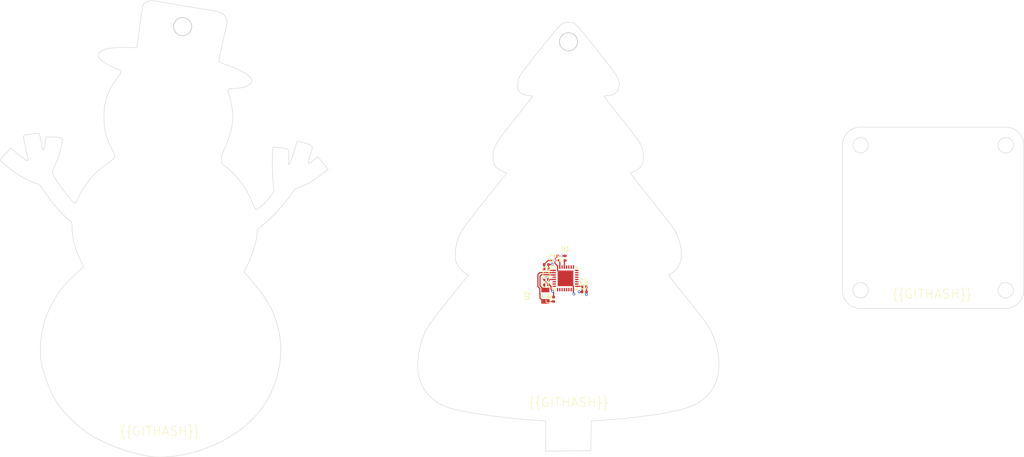
<source format=kicad_pcb>
(kicad_pcb (version 20221018) (generator pcbnew)
  (layers (0 "F.Cu" signal) (31 "B.Cu" signal) (34 "B.Paste" user) (35 "F.Paste" user) (36 "B.SilkS" user "B.Silkscreen") (37 "F.SilkS" user "F.Silkscreen") (38 "B.Mask" user) (39 "F.Mask" user) (44 "Edge.Cuts" user))
  (net 0 "")
  (net 1 "tx")
  (net 2 "ic-vcc")
  (net 3 "ph3_boot0")
  (net 4 "gnd")
  (net 5 "pc14_osc32_in")
  (net 6 "pc15_osc32_out")
  (net 7 "rx")
  (net 8 "pb5")
  (net 9 "pb4")
  (net 10 "tdo")
  (net 11 "tdi")
  (net 12 "tck")
  (net 13 "tms")
  (net 14 "pa12")
  (net 15 "pa11")
  (net 16 "sda")
  (net 17 "scl")
  (net 18 "pa8")
  (net 19 "pb1")
  (net 20 "pb0")
  (net 21 "mosi")
  (net 22 "miso")
  (net 23 "sck")
  (net 24 "cs")
  (net 25 "pa3")
  (net 26 "pa2")
  (net 27 "pa1")
  (net 28 "pa0_ck_in")
  (net 29 "nrst")
  (footprint "lib:C0402" (layer "F.Cu") (at 164.703057 113.048116)
    (fp_text reference "C4")
    (fp_text value "16V 100nF X7R ±10% 0402  Multilayer Ceramic Capacitors MLCC - SMD/SMT ROHS")
  )
  (footprint "lib:FC-135R_L3.2-W1.5" (layer "F.Cu") (at 156.127261 114.992943 90)
    (fp_text reference "U2")
    (fp_text value "")
  )
  (footprint "lib:C0402" (layer "F.Cu") (at 156.328051 111.545398 180)
    (fp_text reference "C1")
    (fp_text value "10V 4.7uF X5R ±20% 0402  Multilayer Ceramic Capacitors MLCC - SMD/SMT ROHS")
  )
  (footprint "lib:C0402" (layer "F.Cu") (at 157.940019 115.789795 90)
    (fp_text reference "C6")
    (fp_text value "50V 13pF C0G ±2% 0402  Multilayer Ceramic Capacitors MLCC - SMD/SMT ROHS")
  )
  (footprint "lib:C0402" (layer "F.Cu") (at 164.714666 114.135578)
    (fp_text reference "C2")
    (fp_text value "16V 100nF X7R ±10% 0402  Multilayer Ceramic Capacitors MLCC - SMD/SMT ROHS")
  )
  (footprint "lib:R0402" (layer "F.Cu") (at 160.476521 106.707659 90)
    (fp_text reference "R1")
    (fp_text value "62.5mW Thick Film Resistors ±100ppm/℃ ±1% 330Ω 0402  Chip Resistor - Surface Mount ROHS")
  )
  (footprint "lib:C0402" (layer "F.Cu") (at 156.335104 108.105812 180)
    (fp_text reference "C5")
    (fp_text value "50V 10nF X7R ±10% 0402  Multilayer Ceramic Capacitors MLCC - SMD/SMT ROHS")
  )
  (footprint "lib:R0402" (layer "F.Cu") (at 158.894723 106.715109 90)
    (fp_text reference "R2")
    (fp_text value "62.5mW Thick Film Resistors ±100ppm/℃ ±1% 10kΩ 0402  Chip Resistor - Surface Mount ROHS")
  )
  (footprint "lib:C0402" (layer "F.Cu") (at 156.319697 112.564604)
    (fp_text reference "C7")
    (fp_text value "50V 13pF C0G ±2% 0402  Multilayer Ceramic Capacitors MLCC - SMD/SMT ROHS")
  )
  (footprint "lib:C0402" (layer "F.Cu") (at 156.346336 109.068144 180)
    (fp_text reference "C3")
    (fp_text value "25V 1uF X5R ±10% 0402  Multilayer Ceramic Capacitors MLCC - SMD/SMT ROHS")
  )
  (footprint "lib:UFQFPN-32_L5.0-W5.0-P0.50-TL-EP3.5" (layer "F.Cu") (at 160.57 111.16)
    (fp_text reference "U1")
    (fp_text value "")
  )
  (gr_circle (center 225.62 81.79) (end 227.32 81.79) (stroke (width 0.1)) (fill none) (layer "Edge.Cuts"))
  (gr_circle (center 257.62 113.79) (end 259.32 113.79) (stroke (width 0.1)) (fill none) (layer "Edge.Cuts"))
  (gr_circle (center 257.62 81.79) (end 259.32 81.79) (stroke (width 0.1)) (fill none) (layer "Edge.Cuts"))
  (gr_poly (pts (xy 75.142222 50.797022) (xy 79.756606 51.568267) (xy 82.366969 51.99203) (xy 83.019066 52.095762) (xy 83.303876 52.146979) (xy 83.563537 52.198618) (xy 83.799806 52.251323) (xy 84.01444 52.305736) (xy 84.209196 52.362498) (xy 84.385831 52.422252) (xy 84.546102 52.485641) (xy 84.691766 52.553306) (xy 84.824581 52.62589) (xy 84.946303 52.704035) (xy 85.05869 52.788383) (xy 85.163499 52.879577) (xy 85.262486 52.978258) (xy 85.357409 53.08507) (xy 85.479286 53.234958) (xy 85.586233 53.378736) (xy 85.634185 53.44915) (xy 85.678498 53.519015) (xy 85.719202 53.588656) (xy 85.75633 53.658402) (xy 85.789911 53.728576) (xy 85.819976 53.799506) (xy 85.846558 53.871517) (xy 85.869686 53.944936) (xy 85.889392 54.020089) (xy 85.905707 54.097301) (xy 85.918662 54.176899) (xy 85.928287 54.259209) (xy 85.934615 54.344557) (xy 85.937675 54.433269) (xy 85.937499 54.525672) (xy 85.934119 54.62209) (xy 85.927564 54.722851) (xy 85.917866 54.82828) (xy 85.889166 55.054449) (xy 85.848266 55.303204) (xy 85.795414 55.577155) (xy 85.730859 55.878909) (xy 85.654849 56.211077) (xy 84.878546 59.55341) (xy 84.657875 60.550977) (xy 84.450892 61.532488) (xy 84.331406 62.116419) (xy 84.229648 62.629765) (xy 84.15639 63.017063) (xy 84.122409 63.222849) (xy 84.123062 63.236814) (xy 84.127967 63.251873) (xy 84.137065 63.268001) (xy 84.150302 63.285171) (xy 84.167619 63.303357) (xy 84.188962 63.322534) (xy 84.214273 63.342674) (xy 84.243497 63.363751) (xy 84.313454 63.408613) (xy 84.398381 63.456909) (xy 84.497828 63.50843) (xy 84.611342 63.562966) (xy 84.738473 63.620306) (xy 84.878767 63.680241) (xy 85.031775 63.742561) (xy 85.197043 63.807056) (xy 85.374121 63.873515) (xy 85.562558 63.94173) (xy 85.7619 64.011489) (xy 85.971698 64.082583) (xy 86.585981 64.296029) (xy 87.172975 64.516947) (xy 87.730729 64.744054) (xy 88.257293 64.976069) (xy 88.75072 65.211708) (xy 89.209058 65.449689) (xy 89.63036 65.68873) (xy 90.012676 65.927548) (xy 90.354056 66.16486) (xy 90.652552 66.399385) (xy 90.906214 66.629839) (xy 91.113092 66.85494) (xy 91.271238 67.073405) (xy 91.378702 67.283953) (xy 91.412819 67.385857) (xy 91.433535 67.485301) (xy 91.440605 67.582123) (xy 91.433787 67.676165) (xy 91.41712 67.753004) (xy 91.390362 67.829368) (xy 91.35383 67.905131) (xy 91.307839 67.980165) (xy 91.252707 68.054343) (xy 91.188749 68.12754) (xy 91.116281 68.199626) (xy 91.03562 68.270477) (xy 90.947082 68.339964) (xy 90.850984 68.407961) (xy 90.747641 68.47434) (xy 90.637371 68.538975) (xy 90.520488 68.601739) (xy 90.39731 68.662505) (xy 90.268153 68.721145) (xy 90.133332 68.777534) (xy 89.993165 68.831543) (xy 89.847967 68.883047) (xy 89.543745 68.978027) (xy 89.223197 69.06146) (xy 88.888852 69.132329) (xy 88.54324 69.189618) (xy 88.188892 69.232313) (xy 88.009232 69.24787) (xy 87.828337 69.259397) (xy 87.646523 69.266767) (xy 87.464106 69.269854) (xy 87.202959 69.272042) (xy 86.97453 69.277492) (xy 86.777472 69.288473) (xy 86.690288 69.296746) (xy 86.610443 69.307253) (xy 86.537768 69.320276) (xy 86.472096 69.3361) (xy 86.413258 69.355009) (xy 86.361087 69.377285) (xy 86.315414 69.403211) (xy 86.276071 69.433073) (xy 86.24289 69.467154) (xy 86.215703 69.505736) (xy 86.194342 69.549103) (xy 86.178638 69.59754) (xy 86.168424 69.65133) (xy 86.163532 69.710755) (xy 86.163793 69.776101) (xy 86.169039 69.847649) (xy 86.179102 69.925685) (xy 86.193814 70.010491) (xy 86.236514 70.20155) (xy 86.295792 70.423093) (xy 86.370304 70.677389) (xy 86.458705 70.966708) (xy 86.582128 71.384478) (xy 86.694998 71.803093) (xy 86.797211 72.221567) (xy 86.888665 72.638919) (xy 86.969257 73.054166) (xy 87.038885 73.466323) (xy 87.097447 73.874409) (xy 87.144838 74.277439) (xy 87.180958 74.674432) (xy 87.205702 75.064404) (xy 87.21897 75.446371) (xy 87.220657 75.819352) (xy 87.210662 76.182361) (xy 87.188881 76.534418) (xy 87.155212 76.874538) (xy 87.109553 77.201739) (xy 86.986123 77.871628) (xy 86.830027 78.558912) (xy 86.643845 79.255662) (xy 86.430157 79.953949) (xy 86.19154 80.645848) (xy 85.930575 81.323429) (xy 85.649841 81.978766) (xy 85.351916 82.60393) (xy 85.189192 82.938586) (xy 85.118752 83.093315) (xy 85.055229 83.240939) (xy 84.998352 83.382431) (xy 84.947849 83.518761) (xy 84.903447 83.650903) (xy 84.864875 83.779828) (xy 84.831859 83.906506) (xy 84.804129 84.031911) (xy 84.781412 84.157013) (xy 84.763435 84.282785) (xy 84.749927 84.410197) (xy 84.740615 84.540223) (xy 84.735228 84.673833) (xy 84.733493 84.811999) (xy 84.736223 85.129082) (xy 84.741369 85.261496) (xy 84.750575 85.379459) (xy 84.764997 85.485194) (xy 84.774524 85.534172) (xy 84.785789 85.580928) (xy 84.798934 85.625739) (xy 84.814106 85.668884) (xy 84.831447 85.710641) (xy 84.851104 85.751288) (xy 84.873219 85.791103) (xy 84.897937 85.830364) (xy 84.925403 85.869349) (xy 84.955761 85.908337) (xy 84.989155 85.947605) (xy 85.02573 85.987432) (xy 85.109 86.069873) (xy 85.206725 86.157886) (xy 85.320061 86.253696) (xy 85.598185 86.477602) (xy 86.096863 86.886277) (xy 86.577755 87.306529) (xy 87.04138 87.739064) (xy 87.488258 88.184586) (xy 87.918909 88.6438) (xy 88.333852 89.117412) (xy 88.733607 89.606125) (xy 89.118694 90.110646) (xy 89.489632 90.631678) (xy 89.846941 91.169927) (xy 90.19114 91.726098) (xy 90.52275 92.300895) (xy 90.84229 92.895024) (xy 91.150279 93.509189) (xy 91.447237 94.144095) (xy 91.733683 94.800448) (xy 91.84059 95.047283) (xy 91.945802 95.277558) (xy 92.046625 95.486234) (xy 92.140364 95.668271) (xy 92.224324 95.818627) (xy 92.295813 95.932265) (xy 92.326039 95.973739) (xy 92.352136 96.004143) (xy 92.373767 96.022848) (xy 92.382804 96.027616) (xy 92.390597 96.029223) (xy 92.399173 96.028006) (xy 92.410522 96.024397) (xy 92.441219 96.010237) (xy 92.482045 95.987221) (xy 92.53236 95.955824) (xy 92.591521 95.916524) (xy 92.658887 95.869798) (xy 92.815666 95.755976) (xy 92.997564 95.618173) (xy 93.199447 95.460204) (xy 93.416182 95.285885) (xy 93.642634 95.099032) (xy 93.891007 94.882848) (xy 94.141366 94.648628) (xy 94.390948 94.400061) (xy 94.636991 94.140836) (xy 94.87673 93.874641) (xy 95.107403 93.605164) (xy 95.326247 93.336095) (xy 95.530498 93.071122) (xy 95.717394 92.813933) (xy 95.884171 92.568218) (xy 96.028066 92.337665) (xy 96.146316 92.125962) (xy 96.236159 91.936798) (xy 96.294829 91.773863) (xy 96.311612 91.703383) (xy 96.319566 91.640844) (xy 96.318345 91.586706) (xy 96.307605 91.54143) (xy 96.264441 91.378418) (xy 96.221593 91.121805) (xy 96.138989 90.373142) (xy 96.064068 89.386161) (xy 96.001109 88.251583) (xy 95.954389 87.060129) (xy 95.928186 85.902519) (xy 95.926777 84.869474) (xy 95.95444 84.051714) (xy 96.07471 82.177477) (xy 97.36716 82.304781) (xy 98.13507 82.379263) (xy 98.441266 82.413109) (xy 98.700599 82.449744) (xy 98.916803 82.492956) (xy 99.009898 82.518212) (xy 99.09361 82.546534) (xy 99.168406 82.578395) (xy 99.234753 82.614268) (xy 99.293117 82.654627) (xy 99.343964 82.699946) (xy 99.387763 82.750698) (xy 99.424978 82.807357) (xy 99.456076 82.870396) (xy 99.481525 82.94029) (xy 99.501791 83.017511) (xy 99.51734 83.102533) (xy 99.536155 83.297877) (xy 99.541702 83.530109) (xy 99.537716 83.803018) (xy 99.51607 84.486025) (xy 99.501811 85.019341) (xy 99.495778 85.429631) (xy 99.49953 85.727933) (xy 99.505563 85.838537) (xy 99.514626 85.925284) (xy 99.526915 85.989553) (xy 99.542625 86.032723) (xy 99.551823 86.046828) (xy 99.56195 86.056175) (xy 99.573029 86.060938) (xy 99.585085 86.061289) (xy 99.612224 86.049443) (xy 99.643564 86.022019) (xy 99.679299 85.980395) (xy 99.719623 85.925951) (xy 99.770963 85.835961) (xy 99.83738 85.6921) (xy 100.00736 85.267042) (xy 100.213404 84.699332) (xy 100.439353 84.037526) (xy 100.669049 83.330178) (xy 100.886332 82.625845) (xy 101.075044 81.973082) (xy 101.219027 81.420443) (xy 101.232451 81.367288) (xy 101.246658 81.317349) (xy 101.261814 81.270604) (xy 101.278084 81.227032) (xy 101.295634 81.186611) (xy 101.314631 81.149321) (xy 101.33524 81.115138) (xy 101.357628 81.084043) (xy 101.381959 81.056013) (xy 101.4084 81.031027) (xy 101.437117 81.009064) (xy 101.468275 80.990102) (xy 101.502041 80.974119) (xy 101.538581 80.961095) (xy 101.578059 80.951007) (xy 101.620643 80.943835) (xy 101.666497 80.939556) (xy 101.715788 80.938149) (xy 101.768682 80.939594) (xy 101.825345 80.943867) (xy 101.885942 80.950949) (xy 101.950639 80.960817) (xy 102.019603 80.97345) (xy 102.092998 80.988826) (xy 102.170992 81.006924) (xy 102.253749 81.027723) (xy 102.434219 81.077337) (xy 102.635734 81.137495) (xy 102.859622 81.208025) (xy 103.581471 81.438726) (xy 103.868146 81.535185) (xy 104.108644 81.625316) (xy 104.212356 81.669476) (xy 104.305459 81.713816) (xy 104.388264 81.758923) (xy 104.461082 81.805384) (xy 104.524226 81.853787) (xy 104.578006 81.904719) (xy 104.622735 81.958768) (xy 104.658725 82.01652) (xy 104.686285 82.078563) (xy 104.705729 82.145484) (xy 104.717368 82.217871) (xy 104.721513 82.296311) (xy 104.718476 82.381392) (xy 104.708568 82.4737) (xy 104.692102 82.573823) (xy 104.669388 82.682348) (xy 104.606464 82.926954) (xy 104.522289 83.212218) (xy 104.300158 83.92351) (xy 104.076968 84.658354) (xy 103.993442 84.95378) (xy 103.929762 85.203046) (xy 103.886777 85.407528) (xy 103.865337 85.568604) (xy 103.862962 85.633296) (xy 103.866292 85.687652) (xy 103.875434 85.731846) (xy 103.890492 85.766049) (xy 103.911574 85.790433) (xy 103.938786 85.805172) (xy 103.972234 85.810436) (xy 104.012025 85.806398) (xy 104.058263 85.79323) (xy 104.111056 85.771105) (xy 104.236732 85.700671) (xy 104.3899 85.596472) (xy 104.571411 85.459887) (xy 105.02286 85.095065) (xy 105.918216 84.355181) (xy 106.388476 84.86751) (xy 106.496975 84.987739) (xy 106.625318 85.133369) (xy 106.92254 85.478508) (xy 107.242155 85.858286) (xy 107.546176 86.22806) (xy 108.2336 87.076296) (xy 106.72333 88.254687) (xy 106.031007 88.783192) (xy 105.392025 89.245391) (xy 105.089314 89.453516) (xy 104.796071 89.647331) (xy 104.511007 89.827593) (xy 104.232833 89.995056) (xy 103.960259 90.150478) (xy 103.691998 90.294613) (xy 103.426759 90.428217) (xy 103.163254 90.552046) (xy 102.900193 90.666855) (xy 102.636288 90.773401) (xy 102.370249 90.872439) (xy 102.100787 90.964724) (xy 101.955978 91.013649) (xy 101.818902 91.062832) (xy 101.689432 91.112348) (xy 101.567439 91.162273) (xy 101.452795 91.212683) (xy 101.345371 91.263651) (xy 101.245039 91.315254) (xy 101.151671 91.367567) (xy 101.065138 91.420665) (xy 100.985313 91.474624) (xy 100.912065 91.529517) (xy 100.845269 91.585421) (xy 100.784794 91.642412) (xy 100.730512 91.700563) (xy 100.682296 91.759951) (xy 100.640017 91.82065) (xy 100.313962 92.312951) (xy 99.958065 92.82026) (xy 99.575318 93.339289) (xy 99.168711 93.866747) (xy 98.741234 94.399346) (xy 98.295878 94.933795) (xy 97.835635 95.466804) (xy 97.363494 95.995083) (xy 96.882446 96.515343) (xy 96.395482 97.024295) (xy 95.905593 97.518647) (xy 95.415769 97.995111) (xy 94.929002 98.450396) (xy 94.44828 98.881213) (xy 93.976596 99.284272) (xy 93.51694 99.656283) (xy 93.364132 99.777198) (xy 93.228349 99.887118) (xy 93.108601 99.987555) (xy 93.003899 100.080022) (xy 92.913256 100.166032) (xy 92.835682 100.247098) (xy 92.770188 100.324733) (xy 92.741662 100.362737) (xy 92.715786 100.40045) (xy 92.692435 100.438062) (xy 92.671487 100.475762) (xy 92.652817 100.513738) (xy 92.636302 100.552181) (xy 92.621819 100.591279) (xy 92.609244 100.631221) (xy 92.589322 100.714395) (xy 92.575548 100.803215) (xy 92.566934 100.899195) (xy 92.56249 101.003847) (xy 92.561229 101.118685) (xy 92.548214 101.459191) (xy 92.510172 101.840399) (xy 92.448603 102.257479) (xy 92.365007 102.705605) (xy 92.260885 103.179948) (xy 92.137739 103.675679) (xy 91.997068 104.187971) (xy 91.840373 104.711996) (xy 91.669155 105.242926) (xy 91.484915 105.775933) (xy 91.289154 106.306188) (xy 91.083372 106.828864) (xy 90.86907 107.339132) (xy 90.647749 107.832164) (xy 90.420909 108.303133) (xy 90.190051 108.74721) (xy 89.658061 109.729433) (xy 90.799319 111.025652) (xy 91.552256 111.894452) (xy 92.247519 112.726345) (xy 92.887901 113.52649) (xy 93.476195 114.300047) (xy 94.015193 115.052178) (xy 94.507688 115.788042) (xy 94.956473 116.5128) (xy 95.364341 117.231612) (xy 95.734083 117.949638) (xy 96.068493 118.672038) (xy 96.370364 119.403974) (xy 96.642488 120.150605) (xy 96.887657 120.917091) (xy 97.108665 121.708593) (xy 97.308304 122.530271) (xy 97.489367 123.387286) (xy 97.659586 124.435519) (xy 97.764545 125.512723) (xy 97.805707 126.613102) (xy 97.784533 127.73086) (xy 97.702485 128.860202) (xy 97.561026 129.995332) (xy 97.361618 131.130454) (xy 97.105722 132.259774) (xy 96.794801 133.377494) (xy 96.430316 134.47782) (xy 96.01373 135.554956) (xy 95.546505 136.603107) (xy 95.030102 137.616476) (xy 94.465984 138.589268) (xy 93.855613 139.515689) (xy 93.20045 140.389941) (xy 92.386005 141.350273) (xy 91.510226 142.273552) (xy 90.576227 143.158109) (xy 89.587122 144.002278) (xy 88.546024 144.80439) (xy 87.456048 145.562779) (xy 86.320308 146.275777) (xy 85.141916 146.941716) (xy 83.923988 147.558929) (xy 82.669636 148.125749) (xy 81.381976 148.640508) (xy 80.06412 149.101539) (xy 78.719182 149.507174) (xy 77.350277 149.855747) (xy 75.960518 150.145589) (xy 74.553019 150.375033) (xy 73.862872 150.459306) (xy 73.131633 150.525975) (xy 72.383923 150.574372) (xy 71.644361 150.603827) (xy 70.93757 150.613671) (xy 70.288169 150.603235) (xy 69.720779 150.57185) (xy 69.475532 150.548093) (xy 69.26002 150.518847) (xy 69.260051 150.518832) (xy 67.831835 150.262486) (xy 66.416949 149.953785) (xy 65.016193 149.592984) (xy 63.630368 149.180338) (xy 62.260274 148.716103) (xy 60.90671 148.200532) (xy 59.570477 147.633881) (xy 58.252375 147.016405) (xy 57.283074 146.528505) (xy 56.847829 146.298277) (xy 56.438641 146.072324) (xy 56.050351 145.846994) (xy 55.6778 145.618633) (xy 55.315827 145.383588) (xy 54.959273 145.138205) (xy 54.602979 144.87883) (xy 54.241783 144.601811) (xy 53.870528 144.303492) (xy 53.484054 143.980222) (xy 52.644807 143.244211) (xy 51.682765 142.36455) (xy 51.097036 141.804159) (xy 50.54538 141.238954) (xy 50.025658 140.665073) (xy 49.535731 140.078649) (xy 49.07346 139.475819) (xy 48.636705 138.852719) (xy 48.223328 138.205483) (xy 47.831189 137.530249) (xy 47.458149 136.823151) (xy 47.10207 136.080325) (xy 46.760812 135.297907) (xy 46.432236 134.472032) (xy 46.114202 133.598836) (xy 45.804573 132.674455) (xy 45.501208 131.695024) (xy 45.201968 130.656679) (xy 45.078569 130.147371) (xy 44.978794 129.594224) (xy 44.90231 129.00242) (xy 44.848785 128.377144) (xy 44.817886 127.723579) (xy 44.809281 127.046907) (xy 44.822637 126.352311) (xy 44.857621 125.644974) (xy 44.913901 124.93008) (xy 44.991145 124.212811) (xy 45.089019 123.498351) (xy 45.207191 122.791883) (xy 45.345328 122.098589) (xy 45.503099 121.423652) (xy 45.68017 120.772256) (xy 45.876208 120.149584) (xy 46.005143 119.787909) (xy 46.154924 119.401263) (xy 46.508073 118.570286) (xy 46.917749 117.69111) (xy 47.366047 116.79819) (xy 47.83506 115.92598) (xy 48.306883 115.108937) (xy 48.76361 114.381515) (xy 48.980717 114.062179) (xy 49.187335 113.77817) (xy 49.387433 113.519297) (xy 49.599256 113.255538) (xy 50.056372 112.715109) (xy 50.555279 112.160374) (xy 51.092575 111.594824) (xy 51.664855 111.021952) (xy 52.268718 110.445248) (xy 52.900758 109.868205) (xy 53.557574 109.294314) (xy 54.329783 108.634142) (xy 53.616031 107.110232) (xy 53.390001 106.6154) (xy 53.179365 106.128819) (xy 52.984012 105.650049) (xy 52.803829 105.178652) (xy 52.638704 104.71419) (xy 52.488525 104.256224) (xy 52.353181 103.804315) (xy 52.232559 103.358025) (xy 52.126547 102.916915) (xy 52.035034 102.480548) (xy 51.957906 102.048484) (xy 51.895053 101.620284) (xy 51.846363 101.195511) (xy 51.811722 100.773726) (xy 51.79102 100.35449) (xy 51.784144 99.937365) (xy 51.780657 99.620612) (xy 51.776007 99.482669) (xy 51.769161 99.357285) (xy 51.759927 99.243666) (xy 51.748111 99.141014) (xy 51.733519 99.048534) (xy 51.715958 98.96543) (xy 51.695233 98.890904) (xy 51.671153 98.824161) (xy 51.643523 98.764406) (xy 51.612149 98.71084) (xy 51.576839 98.662669) (xy 51.537399 98.619096) (xy 51.493635 98.579325) (xy 51.445353 98.542559) (xy 51.149902 98.324092) (xy 50.839064 98.073347) (xy 50.514896 97.792628) (xy 50.179453 97.484238) (xy 49.834791 97.150482) (xy 49.482966 96.793665) (xy 49.126033 96.41609) (xy 48.766047 96.020062) (xy 48.405065 95.607885) (xy 48.045142 95.181864) (xy 47.688333 94.744302) (xy 47.336694 94.297504) (xy 46.992281 93.843774) (xy 46.657149 93.385417) (xy 46.333354 92.924737) (xy 46.022952 92.464037) (xy 45.611719 91.844971) (xy 45.279782 91.362091) (xy 45.137757 91.165551) (xy 45.008606 90.995655) (xy 44.89001 90.849933) (xy 44.779654 90.725918) (xy 44.675221 90.621143) (xy 44.574392 90.533138) (xy 44.474852 90.459437) (xy 44.374284 90.397571) (xy 44.27037 90.345073) (xy 44.160793 90.299474) (xy 44.043237 90.258307) (xy 43.915385 90.219103) (xy 43.593888 90.117525) (xy 43.255864 89.996009) (xy 42.903268 89.855657) (xy 42.538058 89.697573) (xy 42.162189 89.522858) (xy 41.777618 89.332616) (xy 41.386301 89.127951) (xy 40.990194 88.909964) (xy 40.591254 88.679759) (xy 40.191438 88.438438) (xy 39.792701 88.187105) (xy 39.396999 87.926862) (xy 39.00629 87.658812) (xy 38.622529 87.384058) (xy 38.247673 87.103703) (xy 37.883677 86.81885) (xy 37.49456 86.502783) (xy 37.131548 86.199554) (xy 36.802586 85.916398) (xy 36.515619 85.660548) (xy 36.278593 85.439239) (xy 36.099452 85.259705) (xy 36.034071 85.187865) (xy 35.986141 85.129182) (xy 35.956654 85.08456) (xy 35.946605 85.054903) (xy 35.948192 85.042433) (xy 35.952903 85.026953) (xy 35.971384 84.987332) (xy 36.001425 84.936776) (xy 36.042403 84.876021) (xy 36.093695 84.805804) (xy 36.154681 84.726859) (xy 36.224736 84.639924) (xy 36.303239 84.545735) (xy 36.389567 84.445026) (xy 36.483097 84.338536) (xy 36.689276 84.11115) (xy 36.916796 83.869466) (xy 37.037003 83.745102) (xy 37.160678 83.619372) (xy 38.374759 82.395922) (xy 39.365809 83.301684) (xy 39.814301 83.698656) (xy 40.266196 84.075272) (xy 40.704205 84.419302) (xy 41.111041 84.718514) (xy 41.469414 84.960676) (xy 41.625024 85.056541) (xy 41.762035 85.133557) (xy 41.878286 85.190195) (xy 41.971615 85.224926) (xy 42.039863 85.236222) (xy 42.063905 85.232603) (xy 42.080867 85.222552) (xy 42.085566 85.215268) (xy 42.089233 85.203934) (xy 42.093537 85.169549) (xy 42.093921 85.120268) (xy 42.090523 85.056964) (xy 42.083485 84.98051) (xy 42.072948 84.891778) (xy 42.059051 84.79164) (xy 42.041937 84.68097) (xy 41.998614 84.43152) (xy 41.944105 84.150408) (xy 41.879534 83.844615) (xy 41.806025 83.52112) (xy 41.578977 82.541169) (xy 41.399614 81.732306) (xy 41.265507 81.079136) (xy 41.174225 80.56626) (xy 41.123338 80.17828) (xy 41.112283 80.026315) (xy 41.110416 79.899799) (xy 41.117432 79.796809) (xy 41.133029 79.71542) (xy 41.156901 79.653706) (xy 41.188746 79.609743) (xy 41.213078 79.592846) (xy 41.252556 79.575085) (xy 41.372962 79.537437) (xy 41.541984 79.497733) (xy 41.751641 79.456905) (xy 42.26094 79.37561) (xy 42.837013 79.301016) (xy 43.416018 79.240586) (xy 43.934111 79.201782) (xy 44.150364 79.192822) (xy 44.327447 79.192067) (xy 44.45738 79.20045) (xy 44.532183 79.218905) (xy 44.538527 79.223215) (xy 44.545097 79.229471) (xy 44.551878 79.23762) (xy 44.558855 79.247608) (xy 44.573336 79.272888) (xy 44.588416 79.304879) (xy 44.603974 79.343154) (xy 44.619887 79.387282) (xy 44.636031 79.436835) (xy 44.652284 79.491383) (xy 44.668525 79.550496) (xy 44.684629 79.613746) (xy 44.700475 79.680703) (xy 44.715939 79.750937) (xy 44.7309 79.82402) (xy 44.745234 79.899521) (xy 44.75882 79.977012) (xy 44.771533 80.056063) (xy 44.946351 81.130774) (xy 45.025944 81.564983) (xy 45.101061 81.931234) (xy 45.172253 82.230134) (xy 45.24007 82.462288) (xy 45.305063 82.628302) (xy 45.336673 82.686696) (xy 45.367783 82.728781) (xy 45.398463 82.754634) (xy 45.428781 82.764331) (xy 45.458807 82.757947) (xy 45.488608 82.735557) (xy 45.518254 82.697238) (xy 45.547814 82.643066) (xy 45.606951 82.487462) (xy 45.666568 82.269351) (xy 45.727218 81.98934) (xy 45.78945 81.648032) (xy 45.853816 81.246035) (xy 46.055377 79.918581) (xy 47.417926 79.96628) (xy 48.109143 79.993687) (xy 48.392021 80.009194) (xy 48.636741 80.027435) (xy 48.846051 80.049559) (xy 49.022696 80.076715) (xy 49.169424 80.110051) (xy 49.288982 80.150717) (xy 49.339431 80.174158) (xy 49.384117 80.199861) (xy 49.423385 80.227972) (xy 49.457577 80.258632) (xy 49.487036 80.291987) (xy 49.512107 80.32818) (xy 49.533132 80.367353) (xy 49.550455 80.409652) (xy 49.575367 80.504197) (xy 49.589592 80.612965) (xy 49.595876 80.737105) (xy 49.596965 80.877764) (xy 49.590289 81.099803) (xy 49.571905 81.336737) (xy 49.542029 81.587807) (xy 49.500879 81.852253) (xy 49.448672 82.129318) (xy 49.385623 82.418243) (xy 49.311951 82.718269) (xy 49.227873 83.028637) (xy 49.133604 83.34859) (xy 49.029362 83.677367) (xy 48.915364 84.014212) (xy 48.791827 84.358364) (xy 48.658967 84.709065) (xy 48.517002 85.065558) (xy 48.366148 85.427082) (xy 48.206622 85.792879) (xy 47.949769 86.374791) (xy 47.755997 86.832451) (xy 47.68104 87.021721) (xy 47.619784 87.188367) (xy 47.571537 87.335205) (xy 47.535609 87.465048) (xy 47.511311 87.580709) (xy 47.497952 87.685002) (xy 47.494842 87.78074) (xy 47.501291 87.870737) (xy 47.516609 87.957807) (xy 47.540106 88.044763) (xy 47.571091 88.134418) (xy 47.608874 88.229586) (xy 47.761079 88.551834) (xy 47.975096 88.939463) (xy 48.241913 89.380584) (xy 48.55252 89.863307) (xy 49.269066 90.905997) (xy 50.052651 91.972411) (xy 50.831193 92.967426) (xy 51.196047 93.408433) (xy 51.532609 93.795921) (xy 51.831869 94.117998) (xy 52.084818 94.362774) (xy 52.282443 94.518359) (xy 52.357694 94.558989) (xy 52.415736 94.572863) (xy 52.426811 94.571375) (xy 52.439084 94.56696) (xy 52.452509 94.559691) (xy 52.467041 94.549641) (xy 52.482633 94.536883) (xy 52.499239 94.521489) (xy 52.516813 94.503532) (xy 52.535309 94.483086) (xy 52.574881 94.435018) (xy 52.617586 94.377866) (xy 52.663055 94.312214) (xy 52.710918 94.238646) (xy 52.760808 94.157745) (xy 52.812354 94.070093) (xy 52.865187 93.976276) (xy 52.918939 93.876875) (xy 52.97324 93.772474) (xy 53.02772 93.663657) (xy 53.082012 93.551007) (xy 53.135745 93.435107) (xy 53.405424 92.869327) (xy 53.69623 92.311615) (xy 54.007442 91.76282) (xy 54.338342 91.223792) (xy 54.688208 90.695381) (xy 55.05632 90.178436) (xy 55.441958 89.673808) (xy 55.844402 89.182347) (xy 56.262932 88.704901) (xy 56.696828 88.242322) (xy 57.145369 87.795459) (xy 57.607836 87.365163) (xy 58.083508 86.952281) (xy 58.571665 86.557666) (xy 59.071586 86.182166) (xy 59.582553 85.826632) (xy 59.914962 85.598282) (xy 60.214172 85.3804) (xy 60.477869 85.17504) (xy 60.595674 85.077698) (xy 60.703732 84.984257) (xy 60.801753 84.894974) (xy 60.889447 84.810106) (xy 60.966524 84.72991) (xy 61.032694 84.654642) (xy 61.087669 84.584559) (xy 61.131158 84.519919) (xy 61.162872 84.460977) (xy 61.182521 84.407992) (xy 61.189444 84.378526) (xy 61.194656 84.347449) (xy 61.198136 84.314702) (xy 61.199864 84.280227) (xy 61.197977 84.205863) (xy 61.188829 84.123892) (xy 61.172254 84.033852) (xy 61.148084 83.935279) (xy 61.116154 83.82771) (xy 61.076297 83.71068) (xy 61.028345 83.583727) (xy 60.972134 83.446388) (xy 60.907495 83.298197) (xy 60.834263 83.138693) (xy 60.75227 82.967412) (xy 60.661351 82.783889) (xy 60.561339 82.587662) (xy 60.452067 82.378268) (xy 60.237971 81.961359) (xy 60.041673 81.555601) (xy 59.862568 81.158484) (xy 59.700049 80.767498) (xy 59.553508 80.380135) (xy 59.422339 79.993885) (xy 59.305935 79.60624) (xy 59.203689 79.21469) (xy 59.114995 78.816725) (xy 59.039245 78.409838) (xy 58.975833 77.991518) (xy 58.924151 77.559256) (xy 58.883594 77.110544) (xy 58.853553 76.642872) (xy 58.833423 76.153731) (xy 58.822596 75.640612) (xy 58.82378 75.019765) (xy 58.843433 74.425285) (xy 58.882591 73.854032) (xy 58.942291 73.302869) (xy 59.023569 72.768658) (xy 59.127459 72.248262) (xy 59.255 71.738542) (xy 59.407225 71.236361) (xy 59.585172 70.73858) (xy 59.789877 70.242062) (xy 60.022374 69.743669) (xy 60.283701 69.240263) (xy 60.574893 68.728705) (xy 60.896986 68.205859) (xy 61.251015 67.668586) (xy 61.638018 67.113749) (xy 61.84244 66.825076) (xy 62.020375 66.566593) (xy 62.17201 66.336298) (xy 62.29753 66.132187) (xy 62.397121 65.95226) (xy 62.470968 65.794512) (xy 62.498296 65.72333) (xy 62.519258 65.656942) (xy 62.533877 65.595098) (xy 62.542176 65.537547) (xy 62.544179 65.484039) (xy 62.539908 65.434323) (xy 62.529387 65.388151) (xy 62.512639 65.34527) (xy 62.489688 65.305431) (xy 62.460556 65.268384) (xy 62.425267 65.233878) (xy 62.383844 65.201662) (xy 62.33631 65.171487) (xy 62.282689 65.143103) (xy 62.157276 65.090703) (xy 62.007792 65.042459) (xy 61.834422 64.996371) (xy 61.657986 64.943069) (xy 61.445562 64.862593) (xy 61.203024 64.758325) (xy 60.93625 64.633653) (xy 60.353499 64.336631) (xy 59.744319 63.998608) (xy 59.155721 63.646664) (xy 58.634716 63.307879) (xy 58.414252 63.151884) (xy 58.228316 63.009334) (xy 58.082783 62.883614) (xy 57.983531 62.778109) (xy 57.869943 62.622242) (xy 57.777351 62.470362) (xy 57.705558 62.322559) (xy 57.654369 62.178917) (xy 57.623588 62.039526) (xy 57.613018 61.904471) (xy 57.622463 61.773839) (xy 57.651728 61.647718) (xy 57.700616 61.526195) (xy 57.768931 61.409356) (xy 57.856477 61.297289) (xy 57.963058 61.190081) (xy 58.088479 61.087819) (xy 58.232542 60.99059) (xy 58.395052 60.89848) (xy 58.575812 60.811578) (xy 58.774627 60.72997) (xy 58.991301 60.653743) (xy 59.225638 60.582984) (xy 59.477441 60.51778) (xy 59.746514 60.458218) (xy 60.032661 60.404385) (xy 60.335687 60.356369) (xy 60.655395 60.314256) (xy 60.991589 60.278134) (xy 61.344073 60.248089) (xy 61.712651 60.224208) (xy 62.097127 60.20658) (xy 62.497305 60.195289) (xy 62.912988 60.190424) (xy 63.343981 60.192072) (xy 63.790088 60.20032) (xy 66.056857 60.258219) (xy 66.273486 58.80189) (xy 66.542465 56.891029) (xy 66.884944 54.341891) (xy 67.190183 52.053843) (xy 67.248082 51.679802) (xy 67.303557 51.37005) (xy 67.359078 51.117137) (xy 67.417116 50.913616) (xy 67.48014 50.752035) (xy 67.55062 50.624945) (xy 67.631027 50.524898) (xy 67.72383 50.444442) (xy 67.831501 50.37613) (xy 67.956508 50.312512) (xy 68.268412 50.169558) (xy 69.100734 49.778315)) (stroke (width 0.1)) (fill none) (layer "Edge.Cuts"))
  (gr_arc (start 261.62 113.79) (mid 260.448427 116.618427) (end 257.62 117.79) (stroke (width 0.1)) (layer "Edge.Cuts"))
  (gr_arc (start 225.62 117.79) (mid 222.791573 116.618427) (end 221.62 113.79) (stroke (width 0.1)) (layer "Edge.Cuts"))
  (gr_line (start 261.62 113.79) (end 261.62 81.79) (stroke (width 0.1)) (layer "Edge.Cuts"))
  (gr_circle (center 161.229974 58.946031) (end 163.229974 58.946031) (stroke (width 0.2)) (fill none) (layer "Edge.Cuts"))
  (gr_line (start 221.62 81.79) (end 221.62 113.79) (stroke (width 0.1)) (layer "Edge.Cuts"))
  (gr_arc (start 257.62 77.79) (mid 260.448427 78.961573) (end 261.62 81.79) (stroke (width 0.1)) (layer "Edge.Cuts"))
  (gr_poly (pts (xy 161.429183 54.643361) (xy 161.588699 54.648976) (xy 161.743405 54.660128) (xy 161.8913 54.67685) (xy 162.030385 54.699174) (xy 162.158659 54.727132) (xy 162.274122 54.760758) (xy 162.374774 54.800082) (xy 162.418214 54.822065) (xy 162.465501 54.850416) (xy 162.517128 54.885713) (xy 162.573587 54.928531) (xy 162.702967 55.039035) (xy 162.857578 55.186538) (xy 163.041357 55.37565) (xy 163.258241 55.610981) (xy 163.512165 55.897139) (xy 163.807067 56.238735) (xy 164.146884 56.640378) (xy 164.53555 57.106678) (xy 164.977005 57.642244) (xy 165.475183 58.251687) (xy 166.657456 59.710639) (xy 168.113864 61.520411) (xy 169.490282 63.25197) (xy 170.562092 64.650979) (xy 170.993296 65.243203) (xy 171.359779 65.7732) (xy 171.665351 66.247941) (xy 171.913823 66.674396) (xy 172.109006 67.059535) (xy 172.254708 67.41033) (xy 172.354741 67.733749) (xy 172.412915 68.036764) (xy 172.433041 68.326344) (xy 172.418927 68.609461) (xy 172.374385 68.893084) (xy 172.303226 69.184183) (xy 172.274597 69.278158) (xy 172.242 69.369887) (xy 172.205507 69.459324) (xy 172.165188 69.546423) (xy 172.121114 69.631137) (xy 172.073357 69.713419) (xy 172.021987 69.793223) (xy 171.967076 69.870502) (xy 171.908694 69.945208) (xy 171.846914 70.017296) (xy 171.781806 70.08672) (xy 171.71344 70.153431) (xy 171.641889 70.217383) (xy 171.567223 70.278531) (xy 171.489513 70.336826) (xy 171.408831 70.392223) (xy 171.325247 70.444674) (xy 171.238833 70.494134) (xy 171.14966 70.540554) (xy 171.057799 70.58389) (xy 170.96332 70.624093) (xy 170.866295 70.661118) (xy 170.766796 70.694917) (xy 170.664893 70.725444) (xy 170.560657 70.752652) (xy 170.45416 70.776495) (xy 170.345472 70.796926) (xy 170.234664 70.813898) (xy 170.121809 70.827364) (xy 170.006976 70.837278) (xy 169.890237 70.843593) (xy 169.771663 70.846262) (xy 169.726607 70.847177) (xy 169.681188 70.849133) (xy 169.590479 70.855957) (xy 169.501974 70.8663) (xy 169.418107 70.879728) (xy 169.378675 70.887463) (xy 169.341315 70.895806) (xy 169.306334 70.904703) (xy 169.274034 70.9141) (xy 169.244721 70.923942) (xy 169.218699 70.934176) (xy 169.196272 70.944746) (xy 169.177745 70.955599) (xy 169.171643 70.965792) (xy 169.172154 70.983757) (xy 169.17922 71.009417) (xy 169.192785 71.042693) (xy 169.239181 71.131786) (xy 169.310885 71.250417) (xy 169.407439 71.397965) (xy 169.528385 71.573811) (xy 169.673265 71.777334) (xy 169.841623 72.007915) (xy 170.246938 72.547768) (xy 170.740668 73.18841) (xy 171.319154 73.924882) (xy 171.978732 74.752222) (xy 174.641332 78.093405) (xy 175.537111 79.246786) (xy 176.200008 80.134787) (xy 176.673118 80.816979) (xy 176.99954 81.352933) (xy 177.222371 81.802218) (xy 177.384708 82.224406) (xy 177.462833 82.472098) (xy 177.531331 82.72855) (xy 177.59016 82.991701) (xy 177.639284 83.259489) (xy 177.678662 83.529854) (xy 177.708257 83.800735) (xy 177.728028 84.070071) (xy 177.737937 84.335802) (xy 177.737946 84.595867) (xy 177.728014 84.848205) (xy 177.708104 85.090755) (xy 177.678176 85.321456) (xy 177.638191 85.538248) (xy 177.588111 85.739069) (xy 177.527896 85.92186) (xy 177.457507 86.084559) (xy 177.391656 86.207668) (xy 177.318059 86.327563) (xy 177.236853 86.444134) (xy 177.148173 86.557272) (xy 177.052156 86.666869) (xy 176.948938 86.772814) (xy 176.838657 86.874999) (xy 176.721448 86.973315) (xy 176.597448 87.067652) (xy 176.466794 87.157903) (xy 176.32962 87.243956) (xy 176.186065 87.325705) (xy 176.036265 87.403039) (xy 175.880355 87.475849) (xy 175.718473 87.544027) (xy 175.550754 87.607462) (xy 175.482045 87.632835) (xy 175.415483 87.658969) (xy 175.351405 87.685667) (xy 175.290146 87.712731) (xy 175.23204 87.739963) (xy 175.177423 87.767164) (xy 175.126631 87.794136) (xy 175.079997 87.820681) (xy 175.037859 87.846601) (xy 175.00055 87.871698) (xy 174.968407 87.895773) (xy 174.941764 87.918629) (xy 174.920956 87.940066) (xy 174.90632 87.959888) (xy 174.898189 87.977896) (xy 174.896668 87.986157) (xy 174.8969 87.993891) (xy 174.922027 88.037315) (xy 174.991394 88.135797) (xy 175.25375 88.486297) (xy 176.209258 89.720013) (xy 177.617844 91.508896) (xy 179.333926 93.666804) (xy 181.092323 95.879526) (xy 182.616098 97.817656) (xy 183.742073 99.272256) (xy 184.307071 100.034388) (xy 184.515284 100.360502) (xy 184.7117 100.694247) (xy 184.896111 101.034954) (xy 185.068309 101.381957) (xy 185.228084 101.734588) (xy 185.375229 102.092181) (xy 185.509535 102.454068) (xy 185.630794 102.819582) (xy 185.738797 103.188056) (xy 185.833335 103.558822) (xy 185.914201 103.931214) (xy 185.981186 104.304563) (xy 186.034081 104.678204) (xy 186.072678 105.051468) (xy 186.096768 105.423689) (xy 186.106143 105.794199) (xy 186.105091 106.172735) (xy 186.095928 106.491761) (xy 186.087599 106.633067) (xy 186.076394 106.764426) (xy 186.062032 106.887483) (xy 186.044229 107.003882) (xy 186.022703 107.115265) (xy 185.997171 107.223277) (xy 185.967351 107.329562) (xy 185.932961 107.435763) (xy 185.893716 107.543524) (xy 185.849336 107.654488) (xy 185.744037 107.892603) (xy 185.654537 108.079442) (xy 185.563285 108.257402) (xy 185.469989 108.426825) (xy 185.374358 108.588053) (xy 185.276102 108.741425) (xy 185.174928 108.887283) (xy 185.070547 109.025968) (xy 184.962667 109.15782) (xy 184.850997 109.283181) (xy 184.735246 109.402392) (xy 184.615122 109.515794) (xy 184.490336 109.623727) (xy 184.360596 109.726532) (xy 184.22561 109.824551) (xy 184.085088 109.918125) (xy 183.938739 110.007593) (xy 183.810996 110.084401) (xy 183.691836 110.159793) (xy 183.583867 110.231854) (xy 183.489696 110.298666) (xy 183.41193 110.358313) (xy 183.380014 110.384851) (xy 183.353176 110.408878) (xy 183.331744 110.430155) (xy 183.316042 110.448443) (xy 183.306397 110.463502) (xy 183.303947 110.469746) (xy 183.303134 110.475092) (xy 183.318272 110.503511) (xy 183.362609 110.567965) (xy 183.532916 110.797359) (xy 183.802115 111.148045) (xy 184.158269 111.604794) (xy 185.08369 112.775559) (xy 186.213672 114.187815) (xy 189.362188 118.120691) (xy 190.402126 119.447898) (xy 191.169656 120.462983) (xy 191.727633 121.251467) (xy 192.13891 121.898876) (xy 192.466342 122.490732) (xy 192.772785 123.112559) (xy 193.051147 123.726705) (xy 193.303988 124.346147) (xy 193.531154 124.969731) (xy 193.732492 125.596305) (xy 193.907848 126.224716) (xy 194.05707 126.853811) (xy 194.180003 127.482437) (xy 194.276494 128.109442) (xy 194.346391 128.733673) (xy 194.389538 129.353977) (xy 194.405784 129.969202) (xy 194.394974 130.578194) (xy 194.356955 131.1798) (xy 194.291575 131.772869) (xy 194.198678 132.356247) (xy 194.078113 132.928782) (xy 193.929544 133.476781) (xy 193.74781 134.009233) (xy 193.533455 134.525547) (xy 193.287022 135.025131) (xy 193.009057 135.507395) (xy 192.700103 135.971748) (xy 192.360704 136.4176) (xy 191.991405 136.844359) (xy 191.592749 137.251434) (xy 191.165282 137.638235) (xy 190.709547 138.004171) (xy 190.226087 138.348651) (xy 189.715449 138.671084) (xy 189.178175 138.970879) (xy 188.61481 139.247446) (xy 188.025897 139.500193) (xy 187.387382 139.730873) (xy 186.62691 139.962173) (xy 185.752713 140.192844) (xy 184.773022 140.421641) (xy 182.530085 140.868622) (xy 179.96395 141.293139) (xy 177.140466 141.685214) (xy 174.125485 142.034872) (xy 170.984858 142.332135) (xy 167.784435 142.567026) (xy 166.231372 142.664027) (xy 166.19247 145.936793) (xy 166.153667 149.209559) (xy 161.14812 149.247553) (xy 156.142551 149.285548) (xy 156.211231 145.955256) (xy 156.23825 144.264273) (xy 156.238691 143.682086) (xy 156.22939 143.24944) (xy 156.209575 142.946836) (xy 156.195482 142.838207) (xy 156.178471 142.754778) (xy 156.158445 142.69411) (xy 156.135307 142.653767) (xy 156.108961 142.631312) (xy 156.079311 142.624308) (xy 155.214992 142.57575) (xy 153.588337 142.458798) (xy 151.746032 142.31468) (xy 150.23476 142.184626) (xy 147.951424 141.950142) (xy 145.645248 141.676286) (xy 143.382545 141.373503) (xy 141.229626 141.052239) (xy 139.252805 140.722941) (xy 137.518395 140.396054) (xy 136.092708 140.082025) (xy 135.042056 139.7913) (xy 134.381421 139.556594) (xy 133.752014 139.295735) (xy 133.153989 139.00888) (xy 132.587501 138.696185) (xy 132.052705 138.357807) (xy 131.549756 137.993902) (xy 131.078809 137.604627) (xy 130.64002 137.190138) (xy 130.233542 136.750592) (xy 129.859531 136.286146) (xy 129.518141 135.796955) (xy 129.209529 135.283176) (xy 128.933847 134.744967) (xy 128.691252 134.182482) (xy 128.481899 133.59588) (xy 128.305942 132.985316) (xy 128.169056 132.349397) (xy 128.072975 131.677754) (xy 128.016707 130.975694) (xy 127.999256 130.248525) (xy 128.019631 129.501555) (xy 128.076838 128.740093) (xy 128.169883 127.969445) (xy 128.297773 127.19492) (xy 128.459515 126.421826) (xy 128.654115 125.65547) (xy 128.880581 124.901161) (xy 129.137918 124.164206) (xy 129.425134 123.449914) (xy 129.741235 122.763591) (xy 130.085228 122.110547) (xy 130.456119 121.496088) (xy 130.678839 121.176405) (xy 131.044408 120.681658) (xy 131.533542 120.036727) (xy 132.126955 119.266491) (xy 133.549488 117.449628) (xy 135.157733 115.430109) (xy 139.156955 110.449519) (xy 138.361812 109.926661) (xy 138.191303 109.808793) (xy 138.024907 109.682349) (xy 137.863136 109.547997) (xy 137.706502 109.406407) (xy 137.555518 109.258246) (xy 137.410696 109.104183) (xy 137.27255 108.944887) (xy 137.141591 108.781027) (xy 137.018333 108.613271) (xy 136.903287 108.442289) (xy 136.796967 108.268748) (xy 136.699885 108.093317) (xy 136.612554 107.916666) (xy 136.535485 107.739462) (xy 136.469192 107.562375) (xy 136.414188 107.386072) (xy 136.393025 107.303561) (xy 136.373683 107.213821) (xy 136.356172 107.117074) (xy 136.340506 107.013541) (xy 136.326696 106.903442) (xy 136.314755 106.786999) (xy 136.296527 106.535963) (xy 136.28592 106.262201) (xy 136.28303 105.96748) (xy 136.287955 105.653567) (xy 136.300792 105.32223) (xy 136.322244 104.998512) (xy 136.354436 104.675622) (xy 136.397314 104.353731) (xy 136.450821 104.033012) (xy 136.514903 103.713637) (xy 136.589505 103.395777) (xy 136.67457 103.079605) (xy 136.770045 102.765293) (xy 136.875873 102.453014) (xy 136.991999 102.142939) (xy 137.118369 101.83524) (xy 137.254926 101.53009) (xy 137.401615 101.227661) (xy 137.558383 100.928125) (xy 137.725172 100.631653) (xy 137.901927 100.338419) (xy 138.126212 100.011097) (xy 138.51292 99.483877) (xy 139.040899 98.784161) (xy 139.688993 97.939352) (xy 141.260913 95.92407) (xy 143.059451 93.657252) (xy 146.236175 89.672407) (xy 147.202546 88.449633) (xy 147.557468 87.987986) (xy 147.556054 87.984938) (xy 147.551858 87.980582) (xy 147.535398 87.968089) (xy 147.508643 87.9508) (xy 147.472146 87.929003) (xy 147.372145 87.873051) (xy 147.239832 87.802557) (xy 147.079641 87.719846) (xy 146.896006 87.62724) (xy 146.693363 87.527063) (xy 146.476146 87.421641) (xy 146.164445 87.267635) (xy 146.029652 87.197126) (xy 145.907363 87.129704) (xy 145.796428 87.064435) (xy 145.695696 87.000386) (xy 145.604016 86.936623) (xy 145.520238 86.872216) (xy 145.443212 86.806229) (xy 145.371787 86.737731) (xy 145.304812 86.665788) (xy 145.241137 86.589467) (xy 145.179611 86.507836) (xy 145.119084 86.419962) (xy 145.058406 86.324911) (xy 144.996425 86.221751) (xy 144.936178 86.116882) (xy 144.882127 86.017884) (xy 144.833953 85.923336) (xy 144.791331 85.831816) (xy 144.753942 85.741904) (xy 144.721463 85.652177) (xy 144.693573 85.561215) (xy 144.669949 85.467596) (xy 144.65027 85.3699) (xy 144.634215 85.266704) (xy 144.621462 85.156587) (xy 144.611688 85.038128) (xy 144.604572 84.909906) (xy 144.599793 84.7705) (xy 144.597029 84.618488) (xy 144.595958 84.452448) (xy 144.599628 84.195279) (xy 144.611925 83.944089) (xy 144.633095 83.698112) (xy 144.663381 83.456583) (xy 144.703029 83.218738) (xy 144.752282 82.983811) (xy 144.811387 82.751037) (xy 144.880586 82.519652) (xy 144.960125 82.28889) (xy 145.050249 82.057986) (xy 145.151202 81.826176) (xy 145.26323 81.592694) (xy 145.386575 81.356776) (xy 145.521483 81.117655) (xy 145.6682 80.874568) (xy 145.826969 80.626749) (xy 146.032392 80.333611) (xy 146.358724 79.892071) (xy 147.30702 78.650511) (xy 148.537667 77.075522) (xy 149.916477 75.340556) (xy 151.237226 73.678901) (xy 152.309769 72.303534) (xy 153.024068 71.357417) (xy 153.212489 71.090004) (xy 153.258499 71.015527) (xy 153.270084 70.983515) (xy 153.265966 70.978423) (xy 153.259854 70.973183) (xy 153.251803 70.967809) (xy 153.241867 70.96231) (xy 153.216558 70.950987) (xy 153.184364 70.939307) (xy 153.14572 70.927361) (xy 153.101062 70.915241) (xy 153.050827 70.903038) (xy 152.995449 70.890845) (xy 152.935366 70.878753) (xy 152.871013 70.866854) (xy 152.802825 70.855239) (xy 152.73124 70.844002) (xy 152.656692 70.833232) (xy 152.579618 70.823023) (xy 152.500454 70.813465) (xy 152.419635 70.804652) (xy 152.231149 70.781807) (xy 152.048915 70.752885) (xy 151.873161 70.717993) (xy 151.704112 70.677241) (xy 151.541996 70.63074) (xy 151.387039 70.578598) (xy 151.239467 70.520925) (xy 151.099507 70.457831) (xy 150.967385 70.389425) (xy 150.843329 70.315816) (xy 150.727564 70.237115) (xy 150.620318 70.153431) (xy 150.521817 70.064872) (xy 150.432287 69.97155) (xy 150.351955 69.873574) (xy 150.281047 69.771052) (xy 150.239903 69.703254) (xy 150.203083 69.636552) (xy 150.170436 69.569895) (xy 150.141808 69.502228) (xy 150.117043 69.432499) (xy 150.095989 69.359654) (xy 150.078492 69.282642) (xy 150.064398 69.200408) (xy 150.053553 69.111901) (xy 150.045804 69.016066) (xy 150.040997 68.911851) (xy 150.038978 68.798203) (xy 150.039593 68.674069) (xy 150.042688 68.538396) (xy 150.04811 68.39013) (xy 150.055705 68.22822) (xy 150.072415 67.962758) (xy 150.098332 67.715002) (xy 150.116664 67.59479) (xy 150.139604 67.475438) (xy 150.16792 67.355755) (xy 150.202381 67.234552) (xy 150.243756 67.110641) (xy 150.292814 66.982832) (xy 150.350322 66.849936) (xy 150.41705 66.710763) (xy 150.493766 66.564125) (xy 150.58124 66.408832) (xy 150.680239 66.243695) (xy 150.791532 66.067525) (xy 150.915888 65.879133) (xy 151.054076 65.677329) (xy 151.375022 65.228731) (xy 151.760519 64.712216) (xy 152.216716 64.11827) (xy 152.749763 63.437382) (xy 153.365808 62.660036) (xy 154.871494 60.777918) (xy 157.351611 57.70227) (xy 158.182147 56.694478) (xy 158.801918 55.969401) (xy 159.257611 55.474061) (xy 159.595914 55.15548) (xy 159.735634 55.045918) (xy 159.863513 54.960679) (xy 160.107097 54.83668) (xy 160.2199 54.793912) (xy 160.345893 54.756391) (xy 160.483077 54.724149) (xy 160.629452 54.697218) (xy 160.783018 54.67563) (xy 160.941774 54.659418) (xy 161.10372 54.648615) (xy 161.266857 54.643252)) (stroke (width 0.1)) (fill none) (layer "Edge.Cuts"))
  (gr_line (start 257.62 77.79) (end 225.62 77.79) (stroke (width 0.1)) (layer "Edge.Cuts"))
  (gr_arc (start 221.62 81.79) (mid 222.791573 78.961573) (end 225.62 77.79) (stroke (width 0.1)) (layer "Edge.Cuts"))
  (gr_circle (center 225.62 113.79) (end 227.32 113.79) (stroke (width 0.1)) (fill none) (layer "Edge.Cuts"))
  (gr_circle (center 76.165146 55.61107) (end 78.165146 55.61107) (stroke (width 0.2)) (fill none) (layer "Edge.Cuts"))
  (gr_line (start 225.62 117.79) (end 257.62 117.79) (stroke (width 0.1)) (layer "Edge.Cuts"))
  (gr_text "{{GITHASH}}" (at 152.4 139.7) (layer "F.SilkS") (effects (font (size 2 2) (thickness 0.1)) (justify left bottom)))
  (gr_text "{{GITHASH}}" (at 62.23 146.05) (layer "F.SilkS") (effects (font (size 2 2) (thickness 0.1)) (justify left bottom)))
  (gr_text "{{GITHASH}}" (at 232.508427 115.791573) (layer "F.SilkS") (effects (font (size 2 2) (thickness 0.1)) (justify left bottom)))
  (segment (start 160.476521 107.217659) (end 160.32 107.37418) (width 0.25) (layer "F.Cu") (net 1))
  (segment (start 160.32 107.37418) (end 160.32 108.67) (width 0.25) (layer "F.Cu") (net 1))
  (segment (start 160.476101 106.198079) (end 160.476521 106.197659) (width 0.25) (layer "F.Cu") (net 2))
  (segment (start 156.826336 108.117044) (end 156.815104 108.105812) (width 0.25) (layer "F.Cu") (net 2))
  (segment (start 157.56206 108.105812) (end 156.815104 108.105812) (width 0.25) (layer "F.Cu") (net 2))
  (segment (start 163.58982 114.135578) (end 164.234666 114.135578) (width 0.25) (layer "F.Cu") (net 2))
  (segment (start 164.234666 113.059725) (end 164.223057 113.048116) (width 0.25) (layer "F.Cu") (net 2))
  (segment (start 163.06 112.91) (end 164.084941 112.91) (width 0.25) (layer "F.Cu") (net 2))
  (segment (start 156.49344 110.983553) (end 156.808051 111.298164) (width 0.25) (layer "F.Cu") (net 2))
  (segment (start 157.168192 109.41) (end 156.826336 109.068144) (width 0.25) (layer "F.Cu") (net 2))
  (segment (start 158.08 109.41) (end 157.168192 109.41) (width 0.25) (layer "F.Cu") (net 2))
  (segment (start 164.084941 112.91) (end 164.223057 113.048116) (width 0.25) (layer "F.Cu") (net 2))
  (segment (start 163.582472 114.12823) (end 163.58982 114.135578) (width 0.25) (layer "F.Cu") (net 2))
  (segment (start 164.234666 114.135578) (end 164.234666 113.059725) (width 0.25) (layer "F.Cu") (net 2))
  (segment (start 157.633686 108.034186) (end 157.56206 108.105812) (width 0.25) (layer "F.Cu") (net 2))
  (segment (start 159.743149 106.198079) (end 160.476101 106.198079) (width 0.25) (layer "F.Cu") (net 2))
  (segment (start 156.826336 109.068144) (end 156.826336 108.117044) (width 0.25) (layer "F.Cu") (net 2))
  (segment (start 156.808051 111.298164) (end 156.808051 111.545398) (width 0.25) (layer "F.Cu") (net 2))
  (segment (start 156.858761 111.41) (end 156.817542 111.451219) (width 0.25) (layer "F.Cu") (net 2))
  (segment (start 158.08 111.41) (end 156.858761 111.41) (width 0.25) (layer "F.Cu") (net 2))
  (via (at 163.582472 114.12823) (size 0.6) (drill 0.3) (layers "F.Cu" "B.Cu") (net 2))
  (via (at 159.743149 106.198079) (size 0.6) (drill 0.3) (layers "F.Cu" "B.Cu") (net 2))
  (via (at 157.633686 108.034186) (size 0.6) (drill 0.3) (layers "F.Cu" "B.Cu") (net 2))
  (via (at 156.49344 110.983553) (size 0.6) (drill 0.3) (layers "F.Cu" "B.Cu") (net 2))
  (segment (start 159.32 107.650386) (end 158.894723 107.225109) (width 0.25) (layer "F.Cu") (net 3))
  (segment (start 159.32 108.67) (end 159.32 107.650386) (width 0.25) (layer "F.Cu") (net 3))
  (segment (start 162.32 113.65) (end 162.32 114.513744) (width 0.25) (layer "F.Cu") (net 4))
  (segment (start 157.940019 115.309795) (end 157.940019 114.229805) (width 0.25) (layer "F.Cu") (net 4))
  (segment (start 157.014604 112.564604) (end 157.38 112.93) (width 0.25) (layer "F.Cu") (net 4))
  (segment (start 165.194666 114.736669) (end 165.194666 114.135578) (width 0.25) (layer "F.Cu") (net 4))
  (segment (start 156.799697 112.504653) (end 155.848051 111.553007) (width 0.25) (layer "F.Cu") (net 4))
  (segment (start 158.82 108.67) (end 158.82 108.435) (width 0.25) (layer "F.Cu") (net 4))
  (segment (start 156.733554 107.219753) (end 155.855104 108.098203) (width 0.25) (layer "F.Cu") (net 4))
  (segment (start 158.82 109.41) (end 160.57 111.16) (width 0.25) (layer "F.Cu") (net 4))
  (segment (start 165.194666 114.135578) (end 165.194666 113.059725) (width 0.25) (layer "F.Cu") (net 4))
  (segment (start 158.82 108.67) (end 158.82 109.41) (width 0.25) (layer "F.Cu") (net 4))
  (segment (start 158.894723 106.254571) (end 158.229912 106.919382) (width 0.25) (layer "F.Cu") (net 4))
  (segment (start 162.32 112.91) (end 160.57 111.16) (width 0.25) (layer "F.Cu") (net 4))
  (segment (start 158.229912 106.919382) (end 158.229912 107.34066) (width 0.25) (layer "F.Cu") (net 4))
  (segment (start 157.38 112.93) (end 157.38 113.669786) (width 0.25) (layer "F.Cu") (net 4))
  (segment (start 155.848051 111.553007) (end 155.848051 111.545398) (width 0.25) (layer "F.Cu") (net 4))
  (segment (start 158.229912 107.34066) (end 158.109005 107.219753) (width 0.25) (layer "F.Cu") (net 4))
  (segment (start 155.855104 108.098203) (end 155.855104 108.105812) (width 0.25) (layer "F.Cu") (net 4))
  (segment (start 157.940019 114.229805) (end 157.740186 114.029972) (width 0.25) (layer "F.Cu") (net 4))
  (segment (start 162.32 114.513744) (end 162.429373 114.623117) (width 0.25) (layer "F.Cu") (net 4))
  (segment (start 158.894723 106.205109) (end 158.894723 106.254571) (width 0.25) (layer "F.Cu") (net 4))
  (segment (start 157.38 113.669786) (end 157.740186 114.029972) (width 0.25) (layer "F.Cu") (net 4))
  (segment (start 155.866336 108.117044) (end 155.855104 108.105812) (width 0.25) (layer "F.Cu") (net 4))
  (segment (start 158.229912 107.844912) (end 158.229912 107.34066) (width 0.25) (layer "F.Cu") (net 4))
  (segment (start 155.866336 109.068144) (end 155.866336 108.117044) (width 0.25) (layer "F.Cu") (net 4))
  (segment (start 156.799697 112.564604) (end 157.014604 112.564604) (width 0.25) (layer "F.Cu") (net 4))
  (segment (start 158.82 108.435) (end 158.229912 107.844912) (width 0.25) (layer "F.Cu") (net 4))
  (segment (start 156.799697 112.564604) (end 156.799697 112.504653) (width 0.25) (layer "F.Cu") (net 4))
  (segment (start 165.194666 113.059725) (end 165.183057 113.048116) (width 0.25) (layer "F.Cu") (net 4))
  (segment (start 158.109005 107.219753) (end 156.733554 107.219753) (width 0.25) (layer "F.Cu") (net 4))
  (segment (start 162.32 113.65) (end 162.32 112.91) (width 0.25) (layer "F.Cu") (net 4))
  (via (at 157.740186 114.029972) (size 0.6) (drill 0.3) (layers "F.Cu" "B.Cu") (net 4))
  (via (at 158.075223 107.219753) (size 0.6) (drill 0.3) (layers "F.Cu" "B.Cu") (net 4))
  (via (at 162.429373 114.623117) (size 0.6) (drill 0.3) (layers "F.Cu" "B.Cu") (net 4))
  (via (at 165.194666 114.736669) (size 0.6) (drill 0.3) (layers "F.Cu" "B.Cu") (net 4))
  (segment (start 154.862522 109.91) (end 154.49 110.282522) (width 0.25) (layer "F.Cu") (net 5))
  (segment (start 154.902261 114.521182) (end 154.949022 114.567943) (width 0.25) (layer "F.Cu") (net 5))
  (segment (start 158.08 109.91) (end 154.862522 109.91) (width 0.25) (layer "F.Cu") (net 5))
  (segment (start 155.724981 116.269795) (end 157.940019 116.269795) (width 0.25) (layer "F.Cu") (net 5))
  (segment (start 154.49 110.282522) (end 154.49 112.980189) (width 0.25) (layer "F.Cu") (net 5))
  (segment (start 154.949022 115.493836) (end 155.724981 116.269795) (width 0.25) (layer "F.Cu") (net 5))
  (segment (start 154.902261 113.39245) (end 154.902261 114.521182) (width 0.25) (layer "F.Cu") (net 5))
  (segment (start 154.49 112.980189) (end 154.902261 113.39245) (width 0.25) (layer "F.Cu") (net 5))
  (segment (start 154.949022 114.567943) (end 154.949022 115.493836) (width 0.25) (layer "F.Cu") (net 5))
  (segment (start 155.896848 112.541688) (end 155.85342 112.49826) (width 0.25) (layer "F.Cu") (net 6))
  (segment (start 155.308019 110.3595) (end 154.94 110.727519) (width 0.25) (layer "F.Cu") (net 6))
  (segment (start 156.291988 113.72027) (end 155.896848 113.32513) (width 0.25) (layer "F.Cu") (net 6))
  (segment (start 157.007075 110.3595) (end 155.308019 110.3595) (width 0.25) (layer "F.Cu") (net 6))
  (segment (start 155.896848 113.32513) (end 155.896848 112.541688) (width 0.25) (layer "F.Cu") (net 6))
  (segment (start 154.94 110.727519) (end 154.94 112.793793) (width 0.25) (layer "F.Cu") (net 6))
  (segment (start 157.057575 110.41) (end 157.007075 110.3595) (width 0.25) (layer "F.Cu") (net 6))
  (segment (start 154.94 112.793793) (end 155.866477 113.72027) (width 0.25) (layer "F.Cu") (net 6))
  (segment (start 158.08 110.41) (end 157.057575 110.41) (width 0.25) (layer "F.Cu") (net 6))
  (segment (start 155.866477 113.72027) (end 156.291988 113.72027) (width 0.25) (layer "F.Cu") (net 6))
)
</source>
